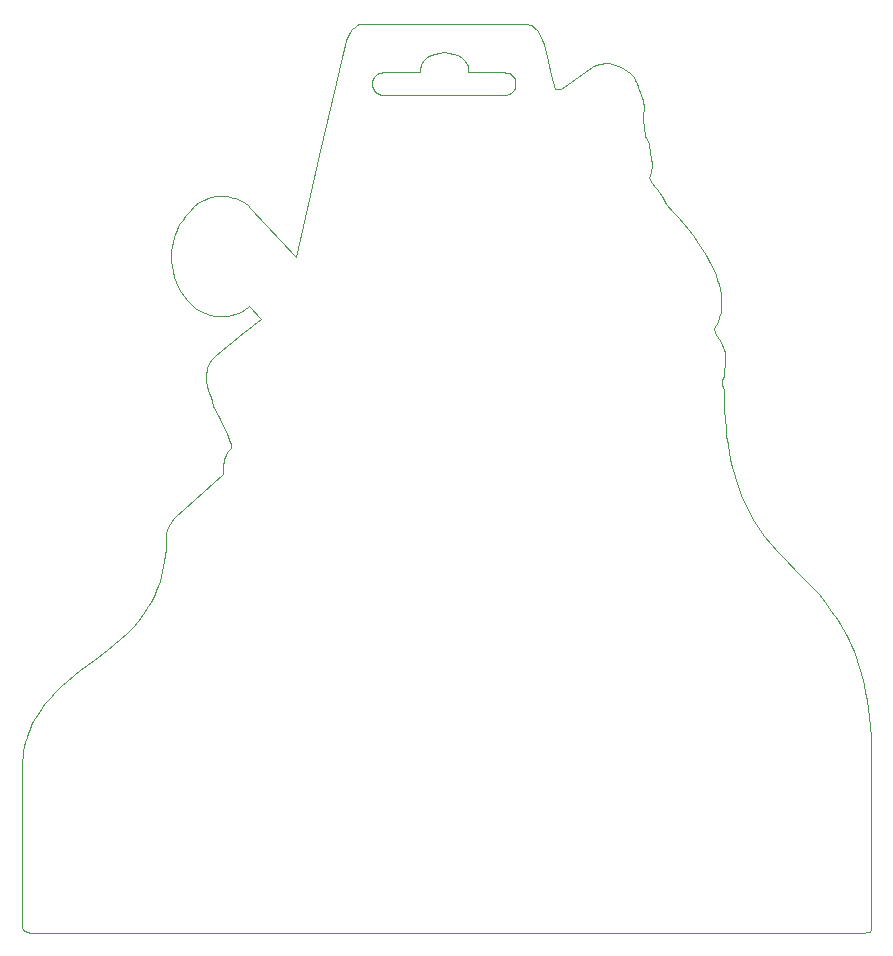
<source format=gbr>
%TF.GenerationSoftware,KiCad,Pcbnew,(6.0.1)*%
%TF.CreationDate,2022-02-21T20:44:30-05:00*%
%TF.ProjectId,cc-online-2,63632d6f-6e6c-4696-9e65-2d322e6b6963,rev?*%
%TF.SameCoordinates,Original*%
%TF.FileFunction,Profile,NP*%
%FSLAX46Y46*%
G04 Gerber Fmt 4.6, Leading zero omitted, Abs format (unit mm)*
G04 Created by KiCad (PCBNEW (6.0.1)) date 2022-02-21 20:44:30*
%MOMM*%
%LPD*%
G01*
G04 APERTURE LIST*
%TA.AperFunction,Profile*%
%ADD10C,0.100000*%
%TD*%
G04 APERTURE END LIST*
D10*
%TO.C,Ref\u002A\u002A*%
X106987800Y-61992570D02*
X106607400Y-62077590D01*
X106607400Y-62077590D02*
X106263500Y-62210710D01*
X106263500Y-62210710D02*
X105964000Y-62386220D01*
X105964000Y-62386220D02*
X105833400Y-62488090D01*
X105833400Y-62488090D02*
X105717000Y-62598420D01*
X105717000Y-62598420D02*
X105615800Y-62716490D01*
X105615800Y-62716490D02*
X105530700Y-62841580D01*
X105530700Y-62841580D02*
X105462800Y-62972990D01*
X105462800Y-62972990D02*
X105413000Y-63110010D01*
X105413000Y-63110010D02*
X105382400Y-63251910D01*
X105382400Y-63251910D02*
X105372000Y-63397980D01*
X105372000Y-63397980D02*
X105380000Y-63525090D01*
X105380000Y-63525090D02*
X105404200Y-63651190D01*
X105404200Y-63651190D02*
X102276300Y-63651190D01*
X102276300Y-63651190D02*
X102083100Y-63670550D01*
X102083100Y-63670550D02*
X101903400Y-63726090D01*
X101903400Y-63726090D02*
X101741000Y-63814030D01*
X101741000Y-63814030D02*
X101599600Y-63930590D01*
X101599600Y-63930590D02*
X101483100Y-64071970D01*
X101483100Y-64071970D02*
X101395100Y-64234390D01*
X101395100Y-64234390D02*
X101339600Y-64414070D01*
X101339600Y-64414070D02*
X101320200Y-64607210D01*
X101320200Y-64607210D02*
X101320200Y-64627880D01*
X101320200Y-64627880D02*
X101339600Y-64821020D01*
X101339600Y-64821020D02*
X101395100Y-65000700D01*
X101395100Y-65000700D02*
X101483100Y-65163120D01*
X101483100Y-65163120D02*
X101599600Y-65304500D01*
X101599600Y-65304500D02*
X101741000Y-65421050D01*
X101741000Y-65421050D02*
X101903400Y-65509000D01*
X101903400Y-65509000D02*
X102083100Y-65564540D01*
X102083100Y-65564540D02*
X102276300Y-65583890D01*
X102276300Y-65583890D02*
X112497300Y-65583890D01*
X112497300Y-65583890D02*
X112690500Y-65564540D01*
X112690500Y-65564540D02*
X112870200Y-65509000D01*
X112870200Y-65509000D02*
X113032600Y-65421050D01*
X113032600Y-65421050D02*
X113174000Y-65304500D01*
X113174000Y-65304500D02*
X113290500Y-65163120D01*
X113290500Y-65163120D02*
X113378500Y-65000700D01*
X113378500Y-65000700D02*
X113434000Y-64821020D01*
X113434000Y-64821020D02*
X113453400Y-64627880D01*
X113453400Y-64627880D02*
X113453400Y-64607210D01*
X113453400Y-64607210D02*
X113434000Y-64414070D01*
X113434000Y-64414070D02*
X113378500Y-64234390D01*
X113378500Y-64234390D02*
X113290500Y-64071970D01*
X113290500Y-64071970D02*
X113174000Y-63930590D01*
X113174000Y-63930590D02*
X113032600Y-63814030D01*
X113032600Y-63814030D02*
X112870200Y-63726090D01*
X112870200Y-63726090D02*
X112690500Y-63670550D01*
X112690500Y-63670550D02*
X112497300Y-63651190D01*
X112497300Y-63651190D02*
X109422100Y-63651190D01*
X109422100Y-63651190D02*
X109446100Y-63525090D01*
X109446100Y-63525090D02*
X109454100Y-63397980D01*
X109454100Y-63397980D02*
X109444100Y-63255990D01*
X109444100Y-63255990D02*
X109414500Y-63116400D01*
X109414500Y-63116400D02*
X109365900Y-62980160D01*
X109365900Y-62980160D02*
X109298700Y-62848200D01*
X109298700Y-62848200D02*
X109213700Y-62721480D01*
X109213700Y-62721480D02*
X109111200Y-62600930D01*
X109111200Y-62600930D02*
X108991900Y-62487500D01*
X108991900Y-62487500D02*
X108856300Y-62382130D01*
X108856300Y-62382130D02*
X108706500Y-62286700D01*
X108706500Y-62286700D02*
X108545400Y-62202720D01*
X108545400Y-62202720D02*
X108194000Y-62070710D01*
X108194000Y-62070710D02*
X107813000Y-61989220D01*
X107813000Y-61989220D02*
X107396500Y-61961370D01*
X107396500Y-61961370D02*
X106987800Y-61992570D01*
X106987800Y-61992570D02*
X106987800Y-61992570D01*
X98985500Y-61332690D02*
X99130600Y-60901950D01*
X99130600Y-60901950D02*
X99289000Y-60537960D01*
X99289000Y-60537960D02*
X99458800Y-60236580D01*
X99458800Y-60236580D02*
X99638200Y-59993650D01*
X99638200Y-59993650D02*
X99825400Y-59805030D01*
X99825400Y-59805030D02*
X100018400Y-59666570D01*
X100018400Y-59666570D02*
X100215600Y-59574120D01*
X100215600Y-59574120D02*
X100415100Y-59523540D01*
X100415100Y-59523540D02*
X114101700Y-59523540D01*
X114101700Y-59523540D02*
X114155100Y-59519830D01*
X114155100Y-59519830D02*
X114300300Y-59526270D01*
X114300300Y-59526270D02*
X114514600Y-59569200D01*
X114514600Y-59569200D02*
X114640600Y-59612590D01*
X114640600Y-59612590D02*
X114775400Y-59674970D01*
X114775400Y-59674970D02*
X114916200Y-59759650D01*
X114916200Y-59759650D02*
X115060100Y-59869920D01*
X115060100Y-59869920D02*
X115204300Y-60009070D01*
X115204300Y-60009070D02*
X115346100Y-60180390D01*
X115346100Y-60180390D02*
X115482500Y-60387180D01*
X115482500Y-60387180D02*
X115610700Y-60632720D01*
X115610700Y-60632720D02*
X115728000Y-60920320D01*
X115728000Y-60920320D02*
X115831400Y-61253270D01*
X115831400Y-61253270D02*
X116195800Y-62656900D01*
X116195800Y-62656900D02*
X116500400Y-63889970D01*
X116500400Y-63889970D02*
X116787000Y-65099810D01*
X116787000Y-65099810D02*
X116952400Y-65078410D01*
X116952400Y-65078410D02*
X117130300Y-65068860D01*
X117130300Y-65068860D02*
X117346100Y-65075350D01*
X117346100Y-65075350D02*
X119910100Y-63198870D01*
X119910100Y-63198870D02*
X120033200Y-63145150D01*
X120033200Y-63145150D02*
X120344900Y-63029220D01*
X120344900Y-63029220D02*
X120544400Y-62969130D01*
X120544400Y-62969130D02*
X120758800Y-62918950D01*
X120758800Y-62918950D02*
X120977200Y-62887150D01*
X120977200Y-62887150D02*
X121188700Y-62882210D01*
X121188700Y-62882210D02*
X121407000Y-62901860D01*
X121407000Y-62901860D02*
X121647700Y-62939940D01*
X121647700Y-62939940D02*
X121903200Y-62999060D01*
X121903200Y-62999060D02*
X122165900Y-63081820D01*
X122165900Y-63081820D02*
X122428300Y-63190850D01*
X122428300Y-63190850D02*
X122682700Y-63328760D01*
X122682700Y-63328760D02*
X122921600Y-63498160D01*
X122921600Y-63498160D02*
X123137400Y-63701670D01*
X123137400Y-63701670D02*
X123449100Y-64069550D01*
X123449100Y-64069550D02*
X123613900Y-64311900D01*
X123613900Y-64311900D02*
X123686600Y-64465460D01*
X123686600Y-64465460D02*
X123722100Y-64566960D01*
X123722100Y-64566960D02*
X123821800Y-64869510D01*
X123821800Y-64869510D02*
X123906200Y-65172070D01*
X123906200Y-65172070D02*
X123969600Y-65337370D01*
X123969600Y-65337370D02*
X124084500Y-65595580D01*
X124084500Y-65595580D02*
X124197300Y-65853240D01*
X124197300Y-65853240D02*
X124254100Y-66016890D01*
X124254100Y-66016890D02*
X124277000Y-66178220D01*
X124277000Y-66178220D02*
X124303400Y-66470000D01*
X124303400Y-66470000D02*
X124303000Y-66860400D01*
X124303000Y-66860400D02*
X124283200Y-67082700D01*
X124283200Y-67082700D02*
X124245300Y-67317700D01*
X124245300Y-67317700D02*
X124238200Y-67405400D01*
X124238200Y-67405400D02*
X124240900Y-67620300D01*
X124240900Y-67620300D02*
X124380800Y-69024400D01*
X124380800Y-69024400D02*
X124530600Y-69253100D01*
X124530600Y-69253100D02*
X124649800Y-69477100D01*
X124649800Y-69477100D02*
X124737800Y-69719000D01*
X124737800Y-69719000D02*
X124784900Y-69961900D01*
X124784900Y-69961900D02*
X124814000Y-70188000D01*
X124814000Y-70188000D02*
X124832900Y-70419700D01*
X124832900Y-70419700D02*
X124851300Y-70595700D01*
X124851300Y-70595700D02*
X124899100Y-70853800D01*
X124899100Y-70853800D02*
X124956200Y-71075800D01*
X124956200Y-71075800D02*
X124983800Y-71215500D01*
X124983800Y-71215500D02*
X124987200Y-71476000D01*
X124987200Y-71476000D02*
X124982900Y-71703900D01*
X124982900Y-71703900D02*
X124967300Y-71910100D01*
X124967300Y-71910100D02*
X124926400Y-72120100D01*
X124926400Y-72120100D02*
X124866800Y-72356300D01*
X124866800Y-72356300D02*
X124789600Y-72628900D01*
X124789600Y-72628900D02*
X125047900Y-72991100D01*
X125047900Y-72991100D02*
X125285600Y-73340500D01*
X125285600Y-73340500D02*
X125427700Y-73498900D01*
X125427700Y-73498900D02*
X125647300Y-73764200D01*
X125647300Y-73764200D02*
X125854500Y-74090600D01*
X125854500Y-74090600D02*
X125984300Y-74309900D01*
X125984300Y-74309900D02*
X126067700Y-74497800D01*
X126067700Y-74497800D02*
X126149100Y-74657900D01*
X126149100Y-74657900D02*
X126236400Y-74795700D01*
X126236400Y-74795700D02*
X126819600Y-75444000D01*
X126819600Y-75444000D02*
X127317500Y-75982200D01*
X127317500Y-75982200D02*
X128491600Y-77443600D01*
X128491600Y-77443600D02*
X128916800Y-78071500D01*
X128916800Y-78071500D02*
X129276900Y-78620400D01*
X129276900Y-78620400D02*
X129583200Y-79116000D01*
X129583200Y-79116000D02*
X129851600Y-79615800D01*
X129851600Y-79615800D02*
X130138900Y-80209000D01*
X130138900Y-80209000D02*
X130391800Y-80786300D01*
X130391800Y-80786300D02*
X130556600Y-81238300D01*
X130556600Y-81238300D02*
X130662600Y-81607300D01*
X130662600Y-81607300D02*
X130762300Y-82004200D01*
X130762300Y-82004200D02*
X130837400Y-82423100D01*
X130837400Y-82423100D02*
X130869400Y-82857800D01*
X130869400Y-82857800D02*
X130872900Y-83263100D01*
X130872900Y-83263100D02*
X130862400Y-83625200D01*
X130862400Y-83625200D02*
X130819600Y-83985000D01*
X130819600Y-83985000D02*
X130726100Y-84383700D01*
X130726100Y-84383700D02*
X130589200Y-84775000D01*
X130589200Y-84775000D02*
X130450200Y-85074300D01*
X130450200Y-85074300D02*
X130299300Y-85333000D01*
X130299300Y-85333000D02*
X130353400Y-85705100D01*
X130353400Y-85705100D02*
X130688100Y-86248800D01*
X130688100Y-86248800D02*
X130842200Y-86506400D01*
X130842200Y-86506400D02*
X130954500Y-86719800D01*
X130954500Y-86719800D02*
X131046500Y-86919000D01*
X131046500Y-86919000D02*
X131115700Y-87151500D01*
X131115700Y-87151500D02*
X131166800Y-87372400D01*
X131166800Y-87372400D02*
X131197400Y-87601100D01*
X131197400Y-87601100D02*
X131198500Y-87819100D01*
X131198500Y-87819100D02*
X131185000Y-88016600D01*
X131185000Y-88016600D02*
X131160200Y-88215000D01*
X131160200Y-88215000D02*
X131129200Y-89136900D01*
X131129200Y-89136900D02*
X131108500Y-89326600D01*
X131108500Y-89326600D02*
X131062900Y-89515400D01*
X131062900Y-89515400D02*
X130976200Y-89724000D01*
X130976200Y-89724000D02*
X130936600Y-89825900D01*
X130936600Y-89825900D02*
X130925400Y-89925100D01*
X130925400Y-89925100D02*
X130936100Y-90022900D01*
X130936100Y-90022900D02*
X130962600Y-90120700D01*
X130962600Y-90120700D02*
X131037400Y-90322600D01*
X131037400Y-90322600D02*
X131099400Y-90542300D01*
X131099400Y-90542300D02*
X131108500Y-91394000D01*
X131108500Y-91394000D02*
X131135400Y-92210200D01*
X131135400Y-92210200D02*
X131179600Y-92992100D01*
X131179600Y-92992100D02*
X131240400Y-93740700D01*
X131240400Y-93740700D02*
X131317300Y-94457300D01*
X131317300Y-94457300D02*
X131409700Y-95143200D01*
X131409700Y-95143200D02*
X131517100Y-95799300D01*
X131517100Y-95799300D02*
X131638800Y-96427000D01*
X131638800Y-96427000D02*
X131774300Y-97027400D01*
X131774300Y-97027400D02*
X131923100Y-97601600D01*
X131923100Y-97601600D02*
X132084400Y-98150900D01*
X132084400Y-98150900D02*
X132257800Y-98676400D01*
X132257800Y-98676400D02*
X132442700Y-99179400D01*
X132442700Y-99179400D02*
X132638500Y-99660900D01*
X132638500Y-99660900D02*
X132844600Y-100122200D01*
X132844600Y-100122200D02*
X133060400Y-100564400D01*
X133060400Y-100564400D02*
X133285500Y-100988700D01*
X133285500Y-100988700D02*
X133519100Y-101396300D01*
X133519100Y-101396300D02*
X134009900Y-102166000D01*
X134009900Y-102166000D02*
X134528100Y-102883100D01*
X134528100Y-102883100D02*
X135069200Y-103556800D01*
X135069200Y-103556800D02*
X135628600Y-104196600D01*
X135628600Y-104196600D02*
X136201600Y-104811900D01*
X136201600Y-104811900D02*
X137370200Y-106006700D01*
X137370200Y-106006700D02*
X137956500Y-106605000D01*
X137956500Y-106605000D02*
X138538100Y-107216400D01*
X138538100Y-107216400D02*
X139110200Y-107850400D01*
X139110200Y-107850400D02*
X139668300Y-108516400D01*
X139668300Y-108516400D02*
X140207900Y-109223800D01*
X140207900Y-109223800D02*
X140724200Y-109982000D01*
X140724200Y-109982000D02*
X140972200Y-110383100D01*
X140972200Y-110383100D02*
X141212600Y-110800400D01*
X141212600Y-110800400D02*
X141445000Y-111235100D01*
X141445000Y-111235100D02*
X141668600Y-111688500D01*
X141668600Y-111688500D02*
X141883000Y-112161500D01*
X141883000Y-112161500D02*
X142087600Y-112655500D01*
X142087600Y-112655500D02*
X142281700Y-113171700D01*
X142281700Y-113171700D02*
X142464900Y-113711100D01*
X142464900Y-113711100D02*
X142636500Y-114275000D01*
X142636500Y-114275000D02*
X142795900Y-114864500D01*
X142795900Y-114864500D02*
X142942600Y-115480800D01*
X142942600Y-115480800D02*
X143076100Y-116125200D01*
X143076100Y-116125200D02*
X143195600Y-116798700D01*
X143195600Y-116798700D02*
X143300700Y-117502500D01*
X143300700Y-117502500D02*
X143390800Y-118237900D01*
X143390800Y-118237900D02*
X143465300Y-119006000D01*
X143465300Y-119006000D02*
X143523600Y-119808000D01*
X143523600Y-119808000D02*
X143565100Y-120645000D01*
X143565100Y-120645000D02*
X143589300Y-121518300D01*
X143589300Y-121518300D02*
X143595600Y-122429000D01*
X143595600Y-122429000D02*
X143595600Y-135343900D01*
X143595600Y-135343900D02*
X143593600Y-135725700D01*
X143593600Y-135725700D02*
X143580300Y-136011800D01*
X143580300Y-136011800D02*
X143545300Y-136216200D01*
X143545300Y-136216200D02*
X143516300Y-136292000D01*
X143516300Y-136292000D02*
X143478000Y-136352500D01*
X143478000Y-136352500D02*
X143428900Y-136399500D01*
X143428900Y-136399500D02*
X143367800Y-136434600D01*
X143367800Y-136434600D02*
X143204200Y-136476200D01*
X143204200Y-136476200D02*
X142976600Y-136491000D01*
X142976600Y-136491000D02*
X142674500Y-136492900D01*
X142674500Y-136492900D02*
X72472300Y-136492900D01*
X72472300Y-136492900D02*
X72345700Y-136488200D01*
X72345700Y-136488200D02*
X72215800Y-136470200D01*
X72215800Y-136470200D02*
X72067000Y-136431000D01*
X72067000Y-136431000D02*
X71918200Y-136362600D01*
X71918200Y-136362600D02*
X71788400Y-136256900D01*
X71788400Y-136256900D02*
X71736500Y-136187600D01*
X71736500Y-136187600D02*
X71696500Y-136105900D01*
X71696500Y-136105900D02*
X71670800Y-136010800D01*
X71670800Y-136010800D02*
X71661700Y-135901400D01*
X71661700Y-135901400D02*
X71661700Y-122892000D01*
X71661700Y-122892000D02*
X71670600Y-122428000D01*
X71670600Y-122428000D02*
X71696700Y-121980500D01*
X71696700Y-121980500D02*
X71739600Y-121548800D01*
X71739600Y-121548800D02*
X71798700Y-121132400D01*
X71798700Y-121132400D02*
X71873400Y-120730800D01*
X71873400Y-120730800D02*
X71963200Y-120343400D01*
X71963200Y-120343400D02*
X72067500Y-119969700D01*
X72067500Y-119969700D02*
X72185800Y-119609000D01*
X72185800Y-119609000D02*
X72317400Y-119260800D01*
X72317400Y-119260800D02*
X72461900Y-118924600D01*
X72461900Y-118924600D02*
X72618700Y-118599800D01*
X72618700Y-118599800D02*
X72787200Y-118285900D01*
X72787200Y-118285900D02*
X73157200Y-117688300D01*
X73157200Y-117688300D02*
X73567400Y-117127300D01*
X73567400Y-117127300D02*
X74013200Y-116598500D01*
X74013200Y-116598500D02*
X74490400Y-116097400D01*
X74490400Y-116097400D02*
X74994400Y-115619500D01*
X74994400Y-115619500D02*
X75520600Y-115160400D01*
X75520600Y-115160400D02*
X76064800Y-114715600D01*
X76064800Y-114715600D02*
X76622300Y-114280600D01*
X76622300Y-114280600D02*
X77759800Y-113422100D01*
X77759800Y-113422100D02*
X78897200Y-112549000D01*
X78897200Y-112549000D02*
X79454800Y-112095900D01*
X79454800Y-112095900D02*
X79998900Y-111625800D01*
X79998900Y-111625800D02*
X80525200Y-111134100D01*
X80525200Y-111134100D02*
X81029100Y-110616400D01*
X81029100Y-110616400D02*
X81506300Y-110068200D01*
X81506300Y-110068200D02*
X81952200Y-109485100D01*
X81952200Y-109485100D02*
X82362300Y-108862600D01*
X82362300Y-108862600D02*
X82552600Y-108535200D01*
X82552600Y-108535200D02*
X82732300Y-108196200D01*
X82732300Y-108196200D02*
X82900800Y-107845100D01*
X82900800Y-107845100D02*
X83057600Y-107481400D01*
X83057600Y-107481400D02*
X83202100Y-107104500D01*
X83202100Y-107104500D02*
X83333800Y-106713800D01*
X83333800Y-106713800D02*
X83452000Y-106308800D01*
X83452000Y-106308800D02*
X83556400Y-105888900D01*
X83556400Y-105888900D02*
X83646100Y-105453500D01*
X83646100Y-105453500D02*
X83720900Y-105002100D01*
X83720900Y-105002100D02*
X83779900Y-104534200D01*
X83779900Y-104534200D02*
X83822800Y-104049100D01*
X83822800Y-104049100D02*
X83849000Y-103546400D01*
X83849000Y-103546400D02*
X83857800Y-103025400D01*
X83857800Y-103025400D02*
X83870000Y-102856300D01*
X83870000Y-102856300D02*
X83898400Y-102668700D01*
X83898400Y-102668700D02*
X83953400Y-102433400D01*
X83953400Y-102433400D02*
X84043800Y-102166200D01*
X84043800Y-102166200D02*
X84178200Y-101882900D01*
X84178200Y-101882900D02*
X84365500Y-101599300D01*
X84365500Y-101599300D02*
X84481800Y-101462300D01*
X84481800Y-101462300D02*
X84614500Y-101331100D01*
X84614500Y-101331100D02*
X88706300Y-97680700D01*
X88706300Y-97680700D02*
X88681300Y-97469800D01*
X88681300Y-97469800D02*
X88674300Y-97232600D01*
X88674300Y-97232600D02*
X88692500Y-96931300D01*
X88692500Y-96931300D02*
X88752100Y-96583400D01*
X88752100Y-96583400D02*
X88802500Y-96397500D01*
X88802500Y-96397500D02*
X88869200Y-96206600D01*
X88869200Y-96206600D02*
X88954400Y-96012900D01*
X88954400Y-96012900D02*
X89060100Y-95818600D01*
X89060100Y-95818600D02*
X89188200Y-95625900D01*
X89188200Y-95625900D02*
X89340800Y-95437100D01*
X89340800Y-95437100D02*
X89353400Y-95403900D01*
X89353400Y-95403900D02*
X89352300Y-95268100D01*
X89352300Y-95268100D02*
X89328200Y-95144800D01*
X89328200Y-95144800D02*
X89278700Y-94975500D01*
X89278700Y-94975500D02*
X89196500Y-94753300D01*
X89196500Y-94753300D02*
X89074100Y-94471600D01*
X89074100Y-94471600D02*
X88313200Y-92870500D01*
X88313200Y-92870500D02*
X87842000Y-91897000D01*
X87842000Y-91897000D02*
X87746600Y-91510800D01*
X87746600Y-91510800D02*
X87636400Y-91144400D01*
X87636400Y-91144400D02*
X87492600Y-90766000D01*
X87492600Y-90766000D02*
X87406300Y-90533500D01*
X87406300Y-90533500D02*
X87321200Y-90209100D01*
X87321200Y-90209100D02*
X87260000Y-89815000D01*
X87260000Y-89815000D02*
X87245500Y-89598600D01*
X87245500Y-89598600D02*
X87245500Y-89373000D01*
X87245500Y-89373000D02*
X87262800Y-89140900D01*
X87262800Y-89140900D02*
X87300300Y-88905100D01*
X87300300Y-88905100D02*
X87360900Y-88668300D01*
X87360900Y-88668300D02*
X87447300Y-88433300D01*
X87447300Y-88433300D02*
X87562500Y-88202900D01*
X87562500Y-88202900D02*
X87709200Y-87979700D01*
X87709200Y-87979700D02*
X87890300Y-87766500D01*
X87890300Y-87766500D02*
X88108600Y-87566100D01*
X88108600Y-87566100D02*
X90501600Y-85658200D01*
X90501600Y-85658200D02*
X91943000Y-84522600D01*
X91943000Y-84522600D02*
X90874800Y-83470100D01*
X90874800Y-83470100D02*
X90793300Y-83537000D01*
X90793300Y-83537000D02*
X90558600Y-83702800D01*
X90558600Y-83702800D02*
X90185300Y-83915100D01*
X90185300Y-83915100D02*
X89951400Y-84022400D01*
X89951400Y-84022400D02*
X89688300Y-84121600D01*
X89688300Y-84121600D02*
X89398000Y-84206300D01*
X89398000Y-84206300D02*
X89082200Y-84269900D01*
X89082200Y-84269900D02*
X88742900Y-84305900D01*
X88742900Y-84305900D02*
X88381800Y-84307700D01*
X88381800Y-84307700D02*
X88000800Y-84268800D01*
X88000800Y-84268800D02*
X87601800Y-84182500D01*
X87601800Y-84182500D02*
X87186600Y-84042500D01*
X87186600Y-84042500D02*
X86757000Y-83842100D01*
X86757000Y-83842100D02*
X86342500Y-83587500D01*
X86342500Y-83587500D02*
X85970500Y-83292400D01*
X85970500Y-83292400D02*
X85639700Y-82961600D01*
X85639700Y-82961600D02*
X85348900Y-82600100D01*
X85348900Y-82600100D02*
X85096800Y-82212700D01*
X85096800Y-82212700D02*
X84882200Y-81804200D01*
X84882200Y-81804200D02*
X84703600Y-81379700D01*
X84703600Y-81379700D02*
X84560000Y-80943800D01*
X84560000Y-80943800D02*
X84449900Y-80501500D01*
X84449900Y-80501500D02*
X84372200Y-80057700D01*
X84372200Y-80057700D02*
X84325500Y-79617300D01*
X84325500Y-79617300D02*
X84308600Y-79185000D01*
X84308600Y-79185000D02*
X84320300Y-78765800D01*
X84320300Y-78765800D02*
X84359100Y-78364600D01*
X84359100Y-78364600D02*
X84423900Y-77986200D01*
X84423900Y-77986200D02*
X84513400Y-77635500D01*
X84513400Y-77635500D02*
X84626200Y-77305900D01*
X84626200Y-77305900D02*
X84760200Y-76988100D01*
X84760200Y-76988100D02*
X84912800Y-76683200D01*
X84912800Y-76683200D02*
X85081200Y-76391800D01*
X85081200Y-76391800D02*
X85262800Y-76115100D01*
X85262800Y-76115100D02*
X85455100Y-75853800D01*
X85455100Y-75853800D02*
X85655400Y-75608800D01*
X85655400Y-75608800D02*
X85861000Y-75381200D01*
X85861000Y-75381200D02*
X86277700Y-74981100D01*
X86277700Y-74981100D02*
X86684200Y-74660900D01*
X86684200Y-74660900D02*
X87059400Y-74427600D01*
X87059400Y-74427600D02*
X87228700Y-74345800D01*
X87228700Y-74345800D02*
X87382200Y-74288500D01*
X87382200Y-74288500D02*
X87713300Y-74205600D01*
X87713300Y-74205600D02*
X88115100Y-74146000D01*
X88115100Y-74146000D02*
X88569700Y-74124300D01*
X88569700Y-74124300D02*
X88811200Y-74132200D01*
X88811200Y-74132200D02*
X89059200Y-74155200D01*
X89059200Y-74155200D02*
X89311300Y-74194900D01*
X89311300Y-74194900D02*
X89565400Y-74253300D01*
X89565400Y-74253300D02*
X89819200Y-74332200D01*
X89819200Y-74332200D02*
X90070500Y-74433300D01*
X90070500Y-74433300D02*
X90316900Y-74558600D01*
X90316900Y-74558600D02*
X90556400Y-74709900D01*
X90556400Y-74709900D02*
X90786500Y-74889000D01*
X90786500Y-74889000D02*
X91005100Y-75097700D01*
X91005100Y-75097700D02*
X94848600Y-79299800D01*
X94848600Y-79299800D02*
X96811500Y-70672300D01*
X96811500Y-70672300D02*
X98220400Y-64540630D01*
X98220400Y-64540630D02*
X98726900Y-62377330D01*
X98726900Y-62377330D02*
X98985500Y-61332690D01*
X98985500Y-61332690D02*
X98985500Y-61332690D01*
X98985500Y-61332690D02*
X98985500Y-61332690D01*
%TD*%
M02*

</source>
